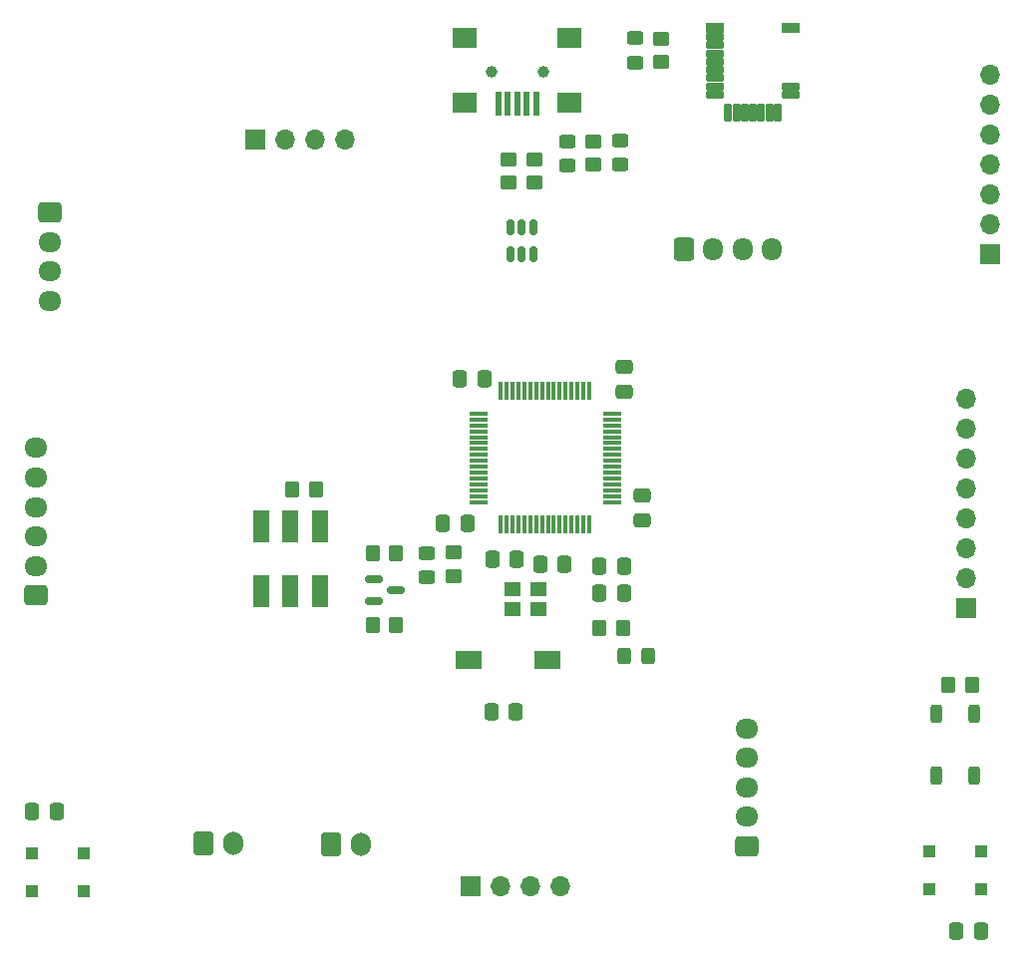
<source format=gbr>
%TF.GenerationSoftware,KiCad,Pcbnew,9.0.1*%
%TF.CreationDate,2025-05-06T12:21:24-06:00*%
%TF.ProjectId,2025_04_STM32F103_RobotBrain,32303235-5f30-4345-9f53-544d33324631,rev?*%
%TF.SameCoordinates,Original*%
%TF.FileFunction,Soldermask,Top*%
%TF.FilePolarity,Negative*%
%FSLAX46Y46*%
G04 Gerber Fmt 4.6, Leading zero omitted, Abs format (unit mm)*
G04 Created by KiCad (PCBNEW 9.0.1) date 2025-05-06 12:21:24*
%MOMM*%
%LPD*%
G01*
G04 APERTURE LIST*
G04 Aperture macros list*
%AMRoundRect*
0 Rectangle with rounded corners*
0 $1 Rounding radius*
0 $2 $3 $4 $5 $6 $7 $8 $9 X,Y pos of 4 corners*
0 Add a 4 corners polygon primitive as box body*
4,1,4,$2,$3,$4,$5,$6,$7,$8,$9,$2,$3,0*
0 Add four circle primitives for the rounded corners*
1,1,$1+$1,$2,$3*
1,1,$1+$1,$4,$5*
1,1,$1+$1,$6,$7*
1,1,$1+$1,$8,$9*
0 Add four rect primitives between the rounded corners*
20,1,$1+$1,$2,$3,$4,$5,0*
20,1,$1+$1,$4,$5,$6,$7,0*
20,1,$1+$1,$6,$7,$8,$9,0*
20,1,$1+$1,$8,$9,$2,$3,0*%
G04 Aperture macros list end*
%ADD10RoundRect,0.250000X-0.450000X0.350000X-0.450000X-0.350000X0.450000X-0.350000X0.450000X0.350000X0*%
%ADD11RoundRect,0.075000X0.075000X-0.700000X0.075000X0.700000X-0.075000X0.700000X-0.075000X-0.700000X0*%
%ADD12RoundRect,0.075000X0.700000X-0.075000X0.700000X0.075000X-0.700000X0.075000X-0.700000X-0.075000X0*%
%ADD13RoundRect,0.250000X0.350000X0.450000X-0.350000X0.450000X-0.350000X-0.450000X0.350000X-0.450000X0*%
%ADD14RoundRect,0.250000X0.450000X-0.350000X0.450000X0.350000X-0.450000X0.350000X-0.450000X-0.350000X0*%
%ADD15RoundRect,0.250000X-0.337500X-0.475000X0.337500X-0.475000X0.337500X0.475000X-0.337500X0.475000X0*%
%ADD16RoundRect,0.250000X-0.600000X-0.750000X0.600000X-0.750000X0.600000X0.750000X-0.600000X0.750000X0*%
%ADD17O,1.700000X2.000000*%
%ADD18R,1.700000X1.700000*%
%ADD19O,1.700000X1.700000*%
%ADD20RoundRect,0.250000X0.725000X-0.600000X0.725000X0.600000X-0.725000X0.600000X-0.725000X-0.600000X0*%
%ADD21O,1.950000X1.700000*%
%ADD22RoundRect,0.250000X0.450000X-0.325000X0.450000X0.325000X-0.450000X0.325000X-0.450000X-0.325000X0*%
%ADD23RoundRect,0.150000X-0.587500X-0.150000X0.587500X-0.150000X0.587500X0.150000X-0.587500X0.150000X0*%
%ADD24RoundRect,0.250000X-0.450000X0.325000X-0.450000X-0.325000X0.450000X-0.325000X0.450000X0.325000X0*%
%ADD25RoundRect,0.250000X-0.350000X-0.450000X0.350000X-0.450000X0.350000X0.450000X-0.350000X0.450000X0*%
%ADD26R,1.000000X1.000000*%
%ADD27RoundRect,0.250000X0.337500X0.475000X-0.337500X0.475000X-0.337500X-0.475000X0.337500X-0.475000X0*%
%ADD28RoundRect,0.250000X-0.725000X0.600000X-0.725000X-0.600000X0.725000X-0.600000X0.725000X0.600000X0*%
%ADD29RoundRect,0.102000X-0.700000X-0.300000X0.700000X-0.300000X0.700000X0.300000X-0.700000X0.300000X0*%
%ADD30RoundRect,0.102000X-0.700000X-0.200000X0.700000X-0.200000X0.700000X0.200000X-0.700000X0.200000X0*%
%ADD31RoundRect,0.102000X-0.200000X-0.700000X0.200000X-0.700000X0.200000X0.700000X-0.200000X0.700000X0*%
%ADD32RoundRect,0.250000X-0.475000X0.337500X-0.475000X-0.337500X0.475000X-0.337500X0.475000X0.337500X0*%
%ADD33RoundRect,0.150000X-0.150000X0.512500X-0.150000X-0.512500X0.150000X-0.512500X0.150000X0.512500X0*%
%ADD34RoundRect,0.250000X-0.600000X-0.725000X0.600000X-0.725000X0.600000X0.725000X-0.600000X0.725000X0*%
%ADD35O,1.700000X1.950000*%
%ADD36R,1.400000X1.200000*%
%ADD37R,2.300000X1.500000*%
%ADD38RoundRect,0.250000X0.325000X0.450000X-0.325000X0.450000X-0.325000X-0.450000X0.325000X-0.450000X0*%
%ADD39RoundRect,0.250000X0.475000X-0.337500X0.475000X0.337500X-0.475000X0.337500X-0.475000X-0.337500X0*%
%ADD40RoundRect,0.250000X-0.250000X0.525000X-0.250000X-0.525000X0.250000X-0.525000X0.250000X0.525000X0*%
%ADD41RoundRect,0.102000X0.600000X1.250000X-0.600000X1.250000X-0.600000X-1.250000X0.600000X-1.250000X0*%
%ADD42C,1.000000*%
%ADD43R,0.500000X2.000000*%
%ADD44R,2.000000X1.700000*%
G04 APERTURE END LIST*
D10*
%TO.C,R2*%
X137680000Y-41715000D03*
X137680000Y-43715000D03*
%TD*%
D11*
%TO.C,U1*%
X136990000Y-72760000D03*
X137490000Y-72760000D03*
X137990000Y-72760000D03*
X138490000Y-72760000D03*
X138990000Y-72760000D03*
X139490000Y-72760000D03*
X139990000Y-72760000D03*
X140490000Y-72760000D03*
X140990000Y-72760000D03*
X141490000Y-72760000D03*
X141990000Y-72760000D03*
X142490000Y-72760000D03*
X142990000Y-72760000D03*
X143490000Y-72760000D03*
X143990000Y-72760000D03*
X144490000Y-72760000D03*
D12*
X146415000Y-70835000D03*
X146415000Y-70335000D03*
X146415000Y-69835000D03*
X146415000Y-69335000D03*
X146415000Y-68835000D03*
X146415000Y-68335000D03*
X146415000Y-67835000D03*
X146415000Y-67335000D03*
X146415000Y-66835000D03*
X146415000Y-66335000D03*
X146415000Y-65835000D03*
X146415000Y-65335000D03*
X146415000Y-64835000D03*
X146415000Y-64335000D03*
X146415000Y-63835000D03*
X146415000Y-63335000D03*
D11*
X144490000Y-61410000D03*
X143990000Y-61410000D03*
X143490000Y-61410000D03*
X142990000Y-61410000D03*
X142490000Y-61410000D03*
X141990000Y-61410000D03*
X141490000Y-61410000D03*
X140990000Y-61410000D03*
X140490000Y-61410000D03*
X139990000Y-61410000D03*
X139490000Y-61410000D03*
X138990000Y-61410000D03*
X138490000Y-61410000D03*
X137990000Y-61410000D03*
X137490000Y-61410000D03*
X136990000Y-61410000D03*
D12*
X135065000Y-63335000D03*
X135065000Y-63835000D03*
X135065000Y-64335000D03*
X135065000Y-64835000D03*
X135065000Y-65335000D03*
X135065000Y-65835000D03*
X135065000Y-66335000D03*
X135065000Y-66835000D03*
X135065000Y-67335000D03*
X135065000Y-67835000D03*
X135065000Y-68335000D03*
X135065000Y-68835000D03*
X135065000Y-69335000D03*
X135065000Y-69835000D03*
X135065000Y-70335000D03*
X135065000Y-70835000D03*
%TD*%
D13*
%TO.C,R9*%
X128117500Y-81300000D03*
X126117500Y-81300000D03*
%TD*%
D14*
%TO.C,R3*%
X139860000Y-43735000D03*
X139860000Y-41735000D03*
%TD*%
D15*
%TO.C,C12*%
X97200000Y-97150000D03*
X99275000Y-97150000D03*
%TD*%
D16*
%TO.C,J6*%
X122580000Y-99900000D03*
D17*
X125080000Y-99900000D03*
%TD*%
D18*
%TO.C,J9*%
X178500000Y-49800000D03*
D19*
X178500000Y-47260000D03*
X178500000Y-44720000D03*
X178500000Y-42180000D03*
X178500000Y-39640000D03*
X178500000Y-37100000D03*
X178500000Y-34560000D03*
%TD*%
D20*
%TO.C,J8*%
X157890000Y-100070000D03*
D21*
X157890000Y-97570000D03*
X157890000Y-95070000D03*
X157890000Y-92570000D03*
X157890000Y-90070000D03*
%TD*%
D18*
%TO.C,J2*%
X176465000Y-79835000D03*
D19*
X176465000Y-77295000D03*
X176465000Y-74755000D03*
X176465000Y-72215000D03*
X176465000Y-69675000D03*
X176465000Y-67135000D03*
X176465000Y-64595000D03*
X176465000Y-62055000D03*
%TD*%
D22*
%TO.C,D4*%
X148410000Y-33500000D03*
X148410000Y-31450000D03*
%TD*%
D23*
%TO.C,Q1*%
X126210000Y-77360000D03*
X126210000Y-79260000D03*
X128085000Y-78310000D03*
%TD*%
D24*
%TO.C,D3*%
X130690000Y-75155000D03*
X130690000Y-77205000D03*
%TD*%
D25*
%TO.C,R5*%
X145347500Y-81570000D03*
X147347500Y-81570000D03*
%TD*%
D26*
%TO.C,LED1*%
X97150000Y-100700000D03*
X97150000Y-103900000D03*
X101550000Y-103900000D03*
X101550000Y-100700000D03*
%TD*%
D24*
%TO.C,F1*%
X142670000Y-40210000D03*
X142670000Y-42260000D03*
%TD*%
D27*
%TO.C,C9*%
X138337500Y-75730000D03*
X136262500Y-75730000D03*
%TD*%
D13*
%TO.C,R10*%
X128117500Y-75210000D03*
X126117500Y-75210000D03*
%TD*%
D18*
%TO.C,J4*%
X116160000Y-40040000D03*
D19*
X118700000Y-40040000D03*
X121240000Y-40040000D03*
X123780000Y-40040000D03*
%TD*%
D25*
%TO.C,R8*%
X175000000Y-86410000D03*
X177000000Y-86410000D03*
%TD*%
D28*
%TO.C,J11*%
X98720000Y-46270000D03*
D21*
X98720000Y-48770000D03*
X98720000Y-51270000D03*
X98720000Y-53770000D03*
%TD*%
D29*
%TO.C,MDBT42T-AT1*%
X155200000Y-30540000D03*
D30*
X155200000Y-31340000D03*
X155200000Y-32040000D03*
X155200000Y-32740000D03*
X155200000Y-33440000D03*
X155200000Y-34140000D03*
X155200000Y-34840000D03*
X155200000Y-35540000D03*
X155200000Y-36240000D03*
D31*
X156300000Y-37740000D03*
X157000000Y-37740000D03*
X157700000Y-37740000D03*
X158400000Y-37740000D03*
X159100000Y-37740000D03*
X159800000Y-37740000D03*
X160500000Y-37740000D03*
D30*
X161600000Y-36240000D03*
X161600000Y-35540000D03*
D29*
X161600000Y-30540000D03*
%TD*%
D27*
%TO.C,C2*%
X135577500Y-60340000D03*
X133502500Y-60340000D03*
%TD*%
D10*
%TO.C,R6*%
X132960000Y-75150000D03*
X132960000Y-77150000D03*
%TD*%
D14*
%TO.C,R7*%
X150640000Y-33475000D03*
X150640000Y-31475000D03*
%TD*%
D32*
%TO.C,C4*%
X148960000Y-70302500D03*
X148960000Y-72377500D03*
%TD*%
D33*
%TO.C,U2*%
X139730000Y-47510000D03*
X138780000Y-47510000D03*
X137830000Y-47510000D03*
X137830000Y-49785000D03*
X138780000Y-49785000D03*
X139730000Y-49785000D03*
%TD*%
D15*
%TO.C,C5*%
X145352500Y-76290000D03*
X147427500Y-76290000D03*
%TD*%
D18*
%TO.C,J3*%
X134460000Y-103485000D03*
D19*
X137000000Y-103485000D03*
X139540000Y-103485000D03*
X142080000Y-103485000D03*
%TD*%
D34*
%TO.C,J7*%
X152510000Y-49370000D03*
D35*
X155010000Y-49370000D03*
X157510000Y-49370000D03*
X160010000Y-49370000D03*
%TD*%
D36*
%TO.C,Y2*%
X137952500Y-79920000D03*
X140152500Y-79920000D03*
X140152500Y-78220000D03*
X137952500Y-78220000D03*
%TD*%
D37*
%TO.C,SW1*%
X134220000Y-84280000D03*
X140920000Y-84280000D03*
%TD*%
D15*
%TO.C,C6*%
X145352500Y-78580000D03*
X147427500Y-78580000D03*
%TD*%
D16*
%TO.C,J5*%
X111750000Y-99875000D03*
D17*
X114250000Y-99875000D03*
%TD*%
D38*
%TO.C,D2*%
X149492500Y-83950000D03*
X147442500Y-83950000D03*
%TD*%
D27*
%TO.C,C1*%
X134137500Y-72690000D03*
X132062500Y-72690000D03*
%TD*%
D26*
%TO.C,LED2*%
X177760000Y-103740000D03*
X177760000Y-100540000D03*
X173360000Y-100540000D03*
X173360000Y-103740000D03*
%TD*%
D15*
%TO.C,C8*%
X140312500Y-76140000D03*
X142387500Y-76140000D03*
%TD*%
D13*
%TO.C,R1*%
X121300000Y-69810000D03*
X119300000Y-69810000D03*
%TD*%
D20*
%TO.C,J10*%
X97510000Y-78760000D03*
D21*
X97510000Y-76260000D03*
X97510000Y-73760000D03*
X97510000Y-71260000D03*
X97510000Y-68760000D03*
X97510000Y-66260000D03*
%TD*%
D39*
%TO.C,C3*%
X147470000Y-61457500D03*
X147470000Y-59382500D03*
%TD*%
D40*
%TO.C,SW2*%
X177200000Y-88835000D03*
X177200000Y-94085000D03*
X174000000Y-88835000D03*
X174000000Y-94085000D03*
%TD*%
D22*
%TO.C,D1*%
X147160000Y-42210000D03*
X147160000Y-40160000D03*
%TD*%
D41*
%TO.C,S1*%
X121610000Y-72880000D03*
X119110000Y-72880000D03*
X116610000Y-72880000D03*
X121610000Y-78380000D03*
X119110000Y-78380000D03*
X116610000Y-78380000D03*
%TD*%
D27*
%TO.C,C11*%
X177747500Y-107320000D03*
X175672500Y-107320000D03*
%TD*%
D42*
%TO.C,J1*%
X140580000Y-34300000D03*
X136180000Y-34300000D03*
D43*
X139980000Y-37000000D03*
X139180000Y-37000000D03*
X138380000Y-37000000D03*
X137580000Y-37000000D03*
X136780000Y-37000000D03*
D44*
X142830000Y-36900000D03*
X142830000Y-31450000D03*
X133930000Y-36900000D03*
X133930000Y-31450000D03*
%TD*%
D27*
%TO.C,C7*%
X138247500Y-88630000D03*
X136172500Y-88630000D03*
%TD*%
D14*
%TO.C,R4*%
X144880000Y-42215000D03*
X144880000Y-40215000D03*
%TD*%
M02*

</source>
